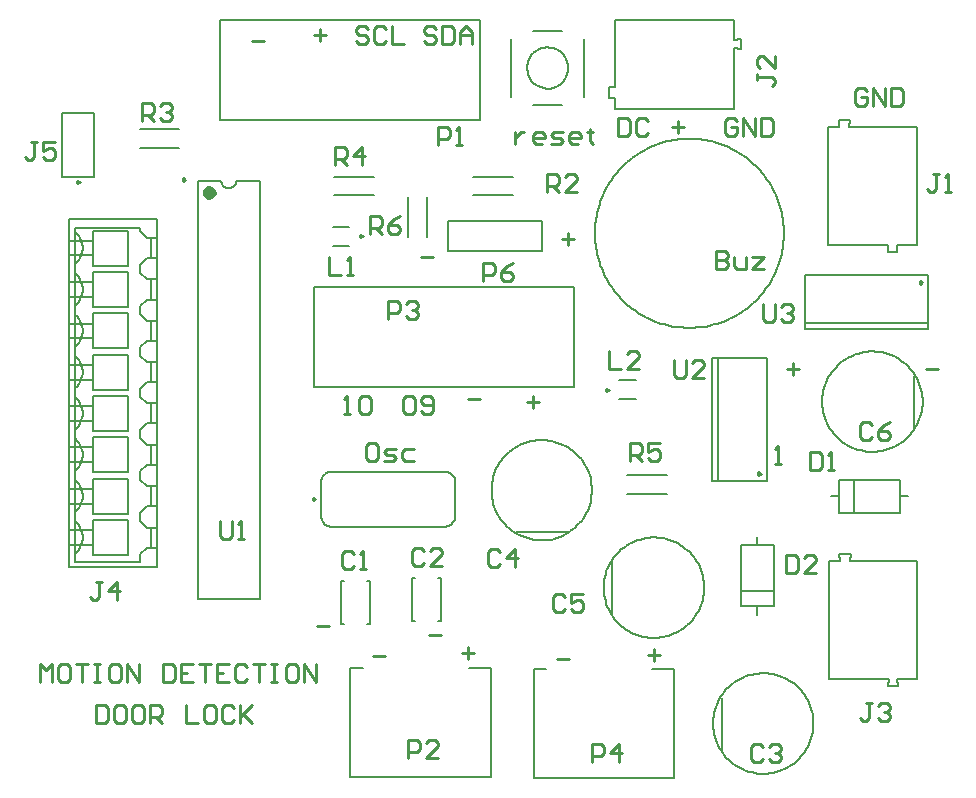
<source format=gto>
G04*
G04 #@! TF.GenerationSoftware,Altium Limited,Altium Designer,22.4.2 (48)*
G04*
G04 Layer_Color=65535*
%FSLAX23Y23*%
%MOIN*%
G70*
G04*
G04 #@! TF.SameCoordinates,3F3D87A5-55CA-4D91-88C0-6D81586DF976*
G04*
G04*
G04 #@! TF.FilePolarity,Positive*
G04*
G01*
G75*
%ADD10C,0.006*%
%ADD11C,0.024*%
%ADD12C,0.010*%
%ADD13C,0.008*%
%ADD14C,0.005*%
%ADD15C,0.010*%
D10*
X2707Y325D02*
X2706Y335D01*
X2705Y345D01*
X2704Y355D01*
X2702Y364D01*
X2699Y374D01*
X2696Y384D01*
X2692Y393D01*
X2688Y402D01*
X2683Y411D01*
X2678Y419D01*
X2672Y427D01*
X2665Y435D01*
X2659Y442D01*
X2651Y449D01*
X2644Y456D01*
X2636Y462D01*
X2627Y467D01*
X2619Y472D01*
X2610Y477D01*
X2601Y481D01*
X2591Y484D01*
X2581Y487D01*
X2572Y489D01*
X2562Y491D01*
X2552Y492D01*
X2542Y492D01*
X2532Y492D01*
X2522Y491D01*
X2512Y490D01*
X2502Y488D01*
X2492Y485D01*
X2483Y482D01*
X2474Y479D01*
X2465Y474D01*
X2456Y470D01*
X2447Y464D01*
X2439Y459D01*
X2431Y452D01*
X2424Y446D01*
X2417Y439D01*
X2410Y431D01*
X2404Y423D01*
X2398Y415D01*
X2393Y406D01*
X2389Y397D01*
X2385Y388D01*
X2381Y379D01*
X2378Y369D01*
X2376Y360D01*
X2374Y350D01*
X2373Y340D01*
X2372Y330D01*
Y320D01*
X2373Y310D01*
X2374Y300D01*
X2376Y290D01*
X2378Y280D01*
X2381Y271D01*
X2385Y261D01*
X2389Y252D01*
X2393Y243D01*
X2398Y235D01*
X2404Y226D01*
X2410Y219D01*
X2417Y211D01*
X2424Y204D01*
X2431Y197D01*
X2439Y191D01*
X2447Y185D01*
X2456Y180D01*
X2465Y175D01*
X2474Y171D01*
X2483Y167D01*
X2492Y164D01*
X2502Y162D01*
X2512Y160D01*
X2522Y158D01*
X2532Y158D01*
X2542Y157D01*
X2552Y158D01*
X2562Y159D01*
X2572Y161D01*
X2581Y163D01*
X2591Y166D01*
X2601Y169D01*
X2610Y173D01*
X2619Y177D01*
X2627Y182D01*
X2636Y188D01*
X2644Y194D01*
X2651Y200D01*
X2659Y207D01*
X2665Y215D01*
X2672Y222D01*
X2678Y231D01*
X2683Y239D01*
X2688Y248D01*
X2692Y257D01*
X2696Y266D01*
X2699Y275D01*
X2702Y285D01*
X2704Y295D01*
X2705Y305D01*
X2706Y315D01*
X2707Y325D01*
X2343Y778D02*
X2342Y788D01*
X2341Y798D01*
X2340Y807D01*
X2338Y817D01*
X2335Y827D01*
X2332Y836D01*
X2328Y846D01*
X2324Y855D01*
X2319Y863D01*
X2313Y872D01*
X2308Y880D01*
X2301Y888D01*
X2294Y895D01*
X2287Y902D01*
X2280Y908D01*
X2272Y914D01*
X2263Y920D01*
X2254Y925D01*
X2246Y929D01*
X2236Y933D01*
X2227Y937D01*
X2217Y939D01*
X2208Y942D01*
X2198Y943D01*
X2188Y944D01*
X2178Y945D01*
X2168Y945D01*
X2158Y944D01*
X2148Y943D01*
X2138Y941D01*
X2128Y938D01*
X2119Y935D01*
X2109Y931D01*
X2100Y927D01*
X2092Y922D01*
X2083Y917D01*
X2075Y911D01*
X2067Y905D01*
X2060Y898D01*
X2053Y891D01*
X2046Y884D01*
X2040Y876D01*
X2034Y868D01*
X2029Y859D01*
X2024Y850D01*
X2020Y841D01*
X2017Y832D01*
X2014Y822D01*
X2012Y812D01*
X2010Y802D01*
X2009Y793D01*
X2008Y783D01*
Y773D01*
X2009Y763D01*
X2010Y753D01*
X2012Y743D01*
X2014Y733D01*
X2017Y723D01*
X2020Y714D01*
X2024Y705D01*
X2029Y696D01*
X2034Y687D01*
X2040Y679D01*
X2046Y671D01*
X2053Y664D01*
X2060Y657D01*
X2067Y650D01*
X2075Y644D01*
X2083Y638D01*
X2092Y633D01*
X2100Y628D01*
X2109Y624D01*
X2119Y620D01*
X2128Y617D01*
X2138Y614D01*
X2148Y612D01*
X2158Y611D01*
X2168Y610D01*
X2178Y610D01*
X2188Y611D01*
X2198Y612D01*
X2208Y613D01*
X2217Y616D01*
X2227Y618D01*
X2236Y622D01*
X2246Y626D01*
X2254Y630D01*
X2263Y635D01*
X2272Y641D01*
X2280Y647D01*
X2287Y653D01*
X2294Y660D01*
X2301Y667D01*
X2308Y675D01*
X2313Y683D01*
X2319Y692D01*
X2324Y700D01*
X2328Y710D01*
X2332Y719D01*
X2335Y728D01*
X2338Y738D01*
X2340Y748D01*
X2341Y758D01*
X2342Y768D01*
X2343Y778D01*
X1969Y1102D02*
X1968Y1112D01*
X1967Y1122D01*
X1966Y1132D01*
X1964Y1142D01*
X1961Y1152D01*
X1958Y1161D01*
X1954Y1170D01*
X1950Y1179D01*
X1945Y1188D01*
X1939Y1197D01*
X1934Y1205D01*
X1927Y1212D01*
X1920Y1220D01*
X1913Y1227D01*
X1906Y1233D01*
X1897Y1239D01*
X1889Y1245D01*
X1880Y1250D01*
X1872Y1254D01*
X1862Y1258D01*
X1853Y1261D01*
X1843Y1264D01*
X1834Y1267D01*
X1824Y1268D01*
X1814Y1269D01*
X1804Y1270D01*
X1794Y1270D01*
X1784Y1269D01*
X1774Y1267D01*
X1764Y1265D01*
X1754Y1263D01*
X1745Y1260D01*
X1735Y1256D01*
X1726Y1252D01*
X1718Y1247D01*
X1709Y1242D01*
X1701Y1236D01*
X1693Y1230D01*
X1686Y1223D01*
X1679Y1216D01*
X1672Y1209D01*
X1666Y1201D01*
X1660Y1192D01*
X1655Y1184D01*
X1650Y1175D01*
X1646Y1166D01*
X1643Y1156D01*
X1640Y1147D01*
X1638Y1137D01*
X1636Y1127D01*
X1635Y1117D01*
X1634Y1107D01*
Y1097D01*
X1635Y1087D01*
X1636Y1077D01*
X1638Y1068D01*
X1640Y1058D01*
X1643Y1048D01*
X1646Y1039D01*
X1650Y1030D01*
X1655Y1021D01*
X1660Y1012D01*
X1666Y1004D01*
X1672Y996D01*
X1679Y989D01*
X1686Y981D01*
X1693Y975D01*
X1701Y968D01*
X1709Y963D01*
X1718Y957D01*
X1726Y953D01*
X1735Y949D01*
X1745Y945D01*
X1754Y942D01*
X1764Y939D01*
X1774Y937D01*
X1784Y936D01*
X1794Y935D01*
X1804Y935D01*
X1814Y936D01*
X1824Y937D01*
X1834Y938D01*
X1843Y940D01*
X1853Y943D01*
X1862Y947D01*
X1872Y951D01*
X1880Y955D01*
X1889Y960D01*
X1897Y966D01*
X1906Y972D01*
X1913Y978D01*
X1920Y985D01*
X1927Y992D01*
X1934Y1000D01*
X1939Y1008D01*
X1945Y1017D01*
X1950Y1025D01*
X1954Y1034D01*
X1958Y1044D01*
X1961Y1053D01*
X1964Y1063D01*
X1966Y1072D01*
X1967Y1082D01*
X1968Y1092D01*
X1969Y1102D01*
X3071Y1398D02*
X3071Y1408D01*
X3070Y1418D01*
X3068Y1428D01*
X3066Y1437D01*
X3063Y1447D01*
X3060Y1456D01*
X3056Y1466D01*
X3052Y1475D01*
X3047Y1483D01*
X3042Y1492D01*
X3036Y1500D01*
X3030Y1508D01*
X3023Y1515D01*
X3016Y1522D01*
X3008Y1528D01*
X3000Y1534D01*
X2992Y1540D01*
X2983Y1545D01*
X2974Y1549D01*
X2965Y1553D01*
X2955Y1557D01*
X2946Y1560D01*
X2936Y1562D01*
X2926Y1563D01*
X2916Y1564D01*
X2906Y1565D01*
X2896Y1565D01*
X2886Y1564D01*
X2876Y1563D01*
X2866Y1561D01*
X2857Y1558D01*
X2847Y1555D01*
X2838Y1551D01*
X2829Y1547D01*
X2820Y1543D01*
X2811Y1537D01*
X2803Y1532D01*
X2795Y1525D01*
X2788Y1519D01*
X2781Y1511D01*
X2774Y1504D01*
X2768Y1496D01*
X2763Y1488D01*
X2757Y1479D01*
X2753Y1470D01*
X2749Y1461D01*
X2745Y1452D01*
X2742Y1442D01*
X2740Y1432D01*
X2738Y1423D01*
X2737Y1413D01*
X2736Y1403D01*
Y1393D01*
X2737Y1383D01*
X2738Y1373D01*
X2740Y1363D01*
X2742Y1353D01*
X2745Y1344D01*
X2749Y1334D01*
X2753Y1325D01*
X2757Y1316D01*
X2763Y1308D01*
X2768Y1299D01*
X2774Y1291D01*
X2781Y1284D01*
X2788Y1277D01*
X2795Y1270D01*
X2803Y1264D01*
X2811Y1258D01*
X2820Y1253D01*
X2829Y1248D01*
X2838Y1244D01*
X2847Y1240D01*
X2857Y1237D01*
X2866Y1235D01*
X2876Y1233D01*
X2886Y1231D01*
X2896Y1230D01*
X2906Y1230D01*
X2916Y1231D01*
X2926Y1232D01*
X2936Y1233D01*
X2946Y1236D01*
X2955Y1239D01*
X2965Y1242D01*
X2974Y1246D01*
X2983Y1250D01*
X2992Y1255D01*
X3000Y1261D01*
X3008Y1267D01*
X3016Y1273D01*
X3023Y1280D01*
X3030Y1288D01*
X3036Y1295D01*
X3042Y1303D01*
X3047Y1312D01*
X3052Y1321D01*
X3056Y1330D01*
X3060Y1339D01*
X3063Y1348D01*
X3066Y1358D01*
X3068Y1368D01*
X3070Y1378D01*
X3071Y1388D01*
X3071Y1398D01*
X2608Y1959D02*
X2608Y1969D01*
X2608Y1979D01*
X2607Y1989D01*
X2606Y1999D01*
X2604Y2008D01*
X2603Y2018D01*
X2601Y2028D01*
X2598Y2038D01*
X2596Y2047D01*
X2593Y2057D01*
X2589Y2066D01*
X2586Y2076D01*
X2582Y2085D01*
X2578Y2094D01*
X2573Y2103D01*
X2569Y2112D01*
X2564Y2120D01*
X2558Y2129D01*
X2553Y2137D01*
X2547Y2145D01*
X2541Y2153D01*
X2535Y2161D01*
X2528Y2169D01*
X2521Y2176D01*
X2514Y2183D01*
X2507Y2190D01*
X2500Y2197D01*
X2492Y2203D01*
X2484Y2209D01*
X2476Y2215D01*
X2468Y2221D01*
X2459Y2226D01*
X2451Y2231D01*
X2442Y2236D01*
X2433Y2241D01*
X2424Y2245D01*
X2415Y2249D01*
X2406Y2253D01*
X2396Y2256D01*
X2387Y2259D01*
X2377Y2262D01*
X2368Y2265D01*
X2358Y2267D01*
X2348Y2269D01*
X2338Y2270D01*
X2328Y2272D01*
X2318Y2273D01*
X2308Y2273D01*
X2298Y2274D01*
X2288D01*
X2278Y2273D01*
X2268Y2273D01*
X2258Y2272D01*
X2248Y2270D01*
X2239Y2269D01*
X2229Y2267D01*
X2219Y2265D01*
X2209Y2262D01*
X2200Y2259D01*
X2190Y2256D01*
X2181Y2253D01*
X2172Y2249D01*
X2162Y2245D01*
X2153Y2241D01*
X2145Y2236D01*
X2136Y2231D01*
X2127Y2226D01*
X2119Y2221D01*
X2111Y2215D01*
X2103Y2209D01*
X2095Y2203D01*
X2087Y2197D01*
X2080Y2190D01*
X2072Y2183D01*
X2065Y2176D01*
X2059Y2169D01*
X2052Y2161D01*
X2046Y2153D01*
X2040Y2145D01*
X2034Y2137D01*
X2028Y2129D01*
X2023Y2120D01*
X2018Y2112D01*
X2013Y2103D01*
X2009Y2094D01*
X2005Y2085D01*
X2001Y2076D01*
X1997Y2066D01*
X1994Y2057D01*
X1991Y2047D01*
X1988Y2038D01*
X1986Y2028D01*
X1984Y2018D01*
X1982Y2008D01*
X1981Y1999D01*
X1980Y1989D01*
X1979Y1979D01*
X1979Y1969D01*
X1978Y1959D01*
X1979Y1949D01*
X1979Y1939D01*
X1980Y1929D01*
X1981Y1919D01*
X1982Y1909D01*
X1984Y1899D01*
X1986Y1889D01*
X1988Y1880D01*
X1991Y1870D01*
X1994Y1860D01*
X1997Y1851D01*
X2001Y1842D01*
X2005Y1832D01*
X2009Y1823D01*
X2013Y1814D01*
X2018Y1806D01*
X2023Y1797D01*
X2028Y1788D01*
X2034Y1780D01*
X2040Y1772D01*
X2046Y1764D01*
X2052Y1756D01*
X2059Y1749D01*
X2065Y1741D01*
X2072Y1734D01*
X2080Y1727D01*
X2087Y1721D01*
X2095Y1714D01*
X2103Y1708D01*
X2111Y1702D01*
X2119Y1696D01*
X2127Y1691D01*
X2136Y1686D01*
X2145Y1681D01*
X2153Y1676D01*
X2162Y1672D01*
X2172Y1668D01*
X2181Y1664D01*
X2190Y1661D01*
X2200Y1658D01*
X2209Y1655D01*
X2219Y1653D01*
X2229Y1650D01*
X2239Y1648D01*
X2248Y1647D01*
X2258Y1646D01*
X2268Y1645D01*
X2278Y1644D01*
X2288Y1644D01*
X2298Y1644D01*
X2308Y1644D01*
X2318Y1645D01*
X2328Y1646D01*
X2338Y1647D01*
X2348Y1648D01*
X2358Y1650D01*
X2368Y1653D01*
X2377Y1655D01*
X2387Y1658D01*
X2396Y1661D01*
X2406Y1664D01*
X2415Y1668D01*
X2424Y1672D01*
X2433Y1676D01*
X2442Y1681D01*
X2451Y1686D01*
X2459Y1691D01*
X2468Y1696D01*
X2476Y1702D01*
X2484Y1708D01*
X2492Y1714D01*
X2500Y1721D01*
X2507Y1727D01*
X2514Y1734D01*
X2521Y1741D01*
X2528Y1749D01*
X2535Y1756D01*
X2541Y1764D01*
X2547Y1772D01*
X2553Y1780D01*
X2558Y1788D01*
X2564Y1797D01*
X2569Y1806D01*
X2573Y1814D01*
X2578Y1823D01*
X2582Y1832D01*
X2586Y1842D01*
X2589Y1851D01*
X2593Y1860D01*
X2596Y1870D01*
X2598Y1880D01*
X2601Y1889D01*
X2603Y1899D01*
X2604Y1909D01*
X2606Y1919D01*
X2607Y1929D01*
X2608Y1939D01*
X2608Y1949D01*
X2608Y1959D01*
D11*
X705Y2094D02*
X700Y2104D01*
X690Y2106D01*
X682Y2100D01*
Y2089D01*
X690Y2083D01*
X700Y2085D01*
X705Y2094D01*
D12*
X613Y2138D02*
X605Y2142D01*
Y2134D01*
X613Y2138D01*
X1205Y1949D02*
X1197Y1953D01*
Y1945D01*
X1205Y1949D01*
X1045Y1073D02*
X1038Y1077D01*
Y1069D01*
X1045Y1073D01*
X3068Y1795D02*
X3061Y1800D01*
Y1791D01*
X3068Y1795D01*
X2024Y1437D02*
X2016Y1441D01*
Y1433D01*
X2024Y1437D01*
X2531Y1158D02*
X2523Y1162D01*
Y1154D01*
X2531Y1158D01*
X261Y2129D02*
X253Y2133D01*
Y2125D01*
X261Y2129D01*
D13*
X733Y2134D02*
X735Y2124D01*
X740Y2116D01*
X748Y2111D01*
X758Y2109D01*
X767Y2111D01*
X776Y2116D01*
X781Y2124D01*
X783Y2134D01*
X1098Y1164D02*
X1088Y1163D01*
X1079Y1158D01*
X1072Y1151D01*
X1068Y1142D01*
X1066Y1132D01*
X1066Y1014D02*
X1068Y1004D01*
X1072Y995D01*
X1079Y988D01*
X1088Y983D01*
X1098Y981D01*
X1480D02*
X1490Y983D01*
X1499Y988D01*
X1507Y995D01*
X1511Y1004D01*
X1513Y1014D01*
X1513Y1132D02*
X1511Y1142D01*
X1507Y1151D01*
X1499Y1158D01*
X1490Y1163D01*
X1480Y1164D01*
X244Y891D02*
X251Y897D01*
X258Y904D01*
X263Y912D01*
X267Y921D01*
X270Y930D01*
X271Y940D01*
Y950D01*
X270Y959D01*
X267Y969D01*
X263Y977D01*
X258Y985D01*
X251Y993D01*
X244Y999D01*
Y1029D02*
X251Y1035D01*
X258Y1042D01*
X263Y1050D01*
X267Y1059D01*
X270Y1068D01*
X271Y1078D01*
Y1088D01*
X270Y1097D01*
X267Y1106D01*
X263Y1115D01*
X258Y1123D01*
X251Y1131D01*
X244Y1137D01*
Y1166D02*
X251Y1173D01*
X258Y1180D01*
X263Y1188D01*
X267Y1197D01*
X270Y1206D01*
X271Y1216D01*
Y1225D01*
X270Y1235D01*
X267Y1244D01*
X263Y1253D01*
X258Y1261D01*
X251Y1268D01*
X244Y1275D01*
Y1304D02*
X251Y1310D01*
X258Y1318D01*
X263Y1326D01*
X267Y1335D01*
X270Y1344D01*
X271Y1353D01*
Y1363D01*
X270Y1373D01*
X267Y1382D01*
X263Y1391D01*
X258Y1399D01*
X251Y1406D01*
X244Y1412D01*
Y1442D02*
X251Y1448D01*
X258Y1455D01*
X263Y1464D01*
X267Y1472D01*
X270Y1482D01*
X271Y1491D01*
Y1501D01*
X270Y1510D01*
X267Y1520D01*
X263Y1529D01*
X258Y1537D01*
X251Y1544D01*
X244Y1550D01*
Y1580D02*
X251Y1586D01*
X258Y1593D01*
X263Y1601D01*
X267Y1610D01*
X270Y1619D01*
X271Y1629D01*
Y1639D01*
X270Y1648D01*
X267Y1658D01*
X263Y1666D01*
X258Y1674D01*
X251Y1682D01*
X244Y1688D01*
Y1718D02*
X251Y1724D01*
X258Y1731D01*
X263Y1739D01*
X267Y1748D01*
X270Y1757D01*
X271Y1767D01*
Y1776D01*
X270Y1786D01*
X267Y1795D01*
X263Y1804D01*
X258Y1812D01*
X251Y1820D01*
X244Y1826D01*
Y1855D02*
X251Y1862D01*
X258Y1869D01*
X263Y1877D01*
X267Y1886D01*
X270Y1895D01*
X271Y1905D01*
Y1914D01*
X270Y1924D01*
X267Y1933D01*
X263Y1942D01*
X258Y1950D01*
X251Y1957D01*
X244Y1964D01*
X2087Y1091D02*
X2219D01*
X2087Y1154D02*
X2219D01*
X2401Y238D02*
Y411D01*
X2791Y1138D02*
X2996D01*
Y1028D02*
Y1138D01*
X2791Y1028D02*
X2996D01*
X2791D02*
Y1138D01*
X2765Y1083D02*
X2791D01*
X2996D02*
X3022D01*
X2843Y1030D02*
Y1135D01*
X1909Y1447D02*
Y1781D01*
X1043D02*
X1909D01*
X1043Y1447D02*
Y1781D01*
Y1447D02*
X1909D01*
X1110Y2148D02*
X1242D01*
X1110Y2085D02*
X1242D01*
X654Y740D02*
X862D01*
X783Y2134D02*
X862D01*
X654D02*
X733D01*
X862Y740D02*
Y2134D01*
X654Y740D02*
Y2134D01*
X1774Y144D02*
Y506D01*
Y144D02*
X2242D01*
Y506D01*
X1774D02*
X1817D01*
X2169D02*
X2242D01*
X2036Y691D02*
Y864D01*
X1104Y1917D02*
X1159D01*
X1104Y1980D02*
X1159D01*
X1715Y964D02*
X1888D01*
X1098Y981D02*
X1480D01*
X1098Y1164D02*
X1480D01*
X1513Y1014D02*
Y1132D01*
X1066Y1014D02*
Y1132D01*
X1559Y510D02*
X1632D01*
X1163D02*
X1207D01*
X1632Y148D02*
Y510D01*
X1163Y148D02*
X1632D01*
X1163D02*
Y510D01*
X2465Y715D02*
Y919D01*
X2575D01*
Y715D02*
Y919D01*
X2465Y715D02*
X2575D01*
X2520Y688D02*
Y715D01*
Y919D02*
Y945D01*
X2467Y766D02*
X2572D01*
X3053Y472D02*
X3053Y866D01*
X2956Y449D02*
X2989D01*
X2956D02*
X2959Y472D01*
X2986D02*
X2989Y449D01*
X2986Y472D02*
X3053D01*
X2758D02*
Y866D01*
Y472D02*
X2959D01*
X2793Y890D02*
X2831D01*
X2793D02*
X2795Y866D01*
X2829D02*
X2831Y890D01*
X2758Y866D02*
X2795D01*
X2829D02*
X3053D01*
X2679Y1659D02*
X3089D01*
Y1640D02*
Y1821D01*
X2679D02*
X3089D01*
X2679Y1640D02*
Y1821D01*
Y1640D02*
X3089D01*
X2059Y1469D02*
X2114D01*
X2059Y1406D02*
X2114D01*
X2370Y1132D02*
Y1542D01*
X2551D01*
Y1132D02*
Y1542D01*
X2370Y1132D02*
X2551D01*
X2390D02*
Y1542D01*
X3042Y1311D02*
Y1484D01*
X2827Y2313D02*
X3051D01*
X2756D02*
X2793D01*
X2827D02*
X2829Y2337D01*
X2791D02*
X2793Y2313D01*
X2791Y2337D02*
X2829D01*
X2756Y1919D02*
X2957D01*
X2756D02*
Y2313D01*
X2984Y1919D02*
X3051D01*
X2984D02*
X2987Y1896D01*
X2954D02*
X2957Y1919D01*
X2954Y1896D02*
X2987D01*
X3051Y1919D02*
X3051Y2313D01*
X2047Y2669D02*
X2441Y2669D01*
X2465Y2572D02*
Y2605D01*
X2441Y2575D02*
X2465Y2572D01*
X2441Y2602D02*
X2465Y2605D01*
X2441Y2602D02*
Y2669D01*
X2047Y2374D02*
X2441D01*
Y2575D01*
X2024Y2409D02*
Y2447D01*
Y2409D02*
X2047Y2411D01*
X2024Y2447D02*
X2047Y2445D01*
Y2374D02*
Y2411D01*
Y2445D02*
Y2669D01*
X1573Y2148D02*
X1705D01*
X1573Y2085D02*
X1705D01*
X1488Y1899D02*
X1803D01*
Y1999D01*
X1488D02*
X1803D01*
X1488Y1899D02*
Y1999D01*
X1356Y1947D02*
Y2079D01*
X1419Y1947D02*
Y2079D01*
X244Y862D02*
Y891D01*
Y862D02*
X462D01*
X244Y999D02*
Y1014D01*
X306Y887D02*
Y1003D01*
Y887D02*
X422D01*
Y1003D01*
X306D02*
X422D01*
X462Y862D02*
Y890D01*
X484Y978D02*
X519D01*
X246Y893D02*
Y997D01*
X226Y920D02*
X306D01*
X226Y969D02*
X306D01*
X244Y999D02*
X246Y997D01*
X244Y891D02*
X246Y893D01*
X462Y1000D02*
X484Y978D01*
X462Y890D02*
X484Y911D01*
X519D01*
X498D02*
Y978D01*
X244Y1137D02*
Y1152D01*
Y999D02*
Y1029D01*
X306Y1024D02*
Y1141D01*
Y1024D02*
X422D01*
Y1141D01*
X306D02*
X422D01*
X462Y1000D02*
Y1027D01*
X484Y1116D02*
X519D01*
X246Y1031D02*
Y1134D01*
X226Y1058D02*
X306D01*
X226Y1107D02*
X306D01*
X244Y1137D02*
X246Y1134D01*
X244Y1029D02*
X246Y1031D01*
X462Y1138D02*
X484Y1116D01*
X462Y1027D02*
X484Y1049D01*
X519D01*
X498D02*
Y1116D01*
X244Y1275D02*
Y1289D01*
Y1137D02*
Y1166D01*
X306Y1162D02*
Y1279D01*
Y1162D02*
X422D01*
Y1279D01*
X306D02*
X422D01*
X462Y1138D02*
Y1165D01*
X484Y1254D02*
X519D01*
X246Y1169D02*
Y1272D01*
X226Y1196D02*
X306D01*
X226Y1245D02*
X306D01*
X244Y1275D02*
X246Y1272D01*
X244Y1166D02*
X246Y1169D01*
X462Y1276D02*
X484Y1254D01*
X462Y1165D02*
X484Y1187D01*
X519D01*
X498D02*
Y1254D01*
X244Y1412D02*
Y1427D01*
Y1275D02*
Y1304D01*
X306Y1300D02*
Y1417D01*
Y1300D02*
X422D01*
Y1417D01*
X306D02*
X422D01*
X462Y1276D02*
Y1303D01*
X484Y1392D02*
X519D01*
X246Y1307D02*
Y1410D01*
X226Y1334D02*
X306D01*
X226Y1383D02*
X306D01*
X244Y1412D02*
X246Y1410D01*
X244Y1304D02*
X246Y1307D01*
X462Y1413D02*
X484Y1392D01*
X462Y1303D02*
X484Y1325D01*
X519D01*
X498D02*
Y1392D01*
X244Y1550D02*
Y1565D01*
Y1412D02*
Y1442D01*
X306Y1438D02*
Y1554D01*
Y1438D02*
X422D01*
Y1554D01*
X306D02*
X422D01*
X462Y1413D02*
Y1441D01*
X484Y1530D02*
X519D01*
X246Y1444D02*
Y1548D01*
X226Y1471D02*
X306D01*
X226Y1521D02*
X306D01*
X244Y1550D02*
X246Y1548D01*
X244Y1442D02*
X246Y1444D01*
X462Y1551D02*
X484Y1530D01*
X462Y1441D02*
X484Y1463D01*
X519D01*
X498D02*
Y1530D01*
X244Y1688D02*
Y1703D01*
Y1550D02*
Y1580D01*
X306Y1576D02*
Y1692D01*
Y1576D02*
X422D01*
Y1692D01*
X306D02*
X422D01*
X462Y1551D02*
Y1579D01*
X484Y1667D02*
X519D01*
X246Y1582D02*
Y1686D01*
X226Y1609D02*
X306D01*
X226Y1658D02*
X306D01*
X244Y1688D02*
X246Y1686D01*
X244Y1580D02*
X246Y1582D01*
X462Y1689D02*
X484Y1667D01*
X462Y1579D02*
X484Y1600D01*
X519D01*
X498D02*
Y1667D01*
X244Y1826D02*
Y1841D01*
Y1688D02*
Y1718D01*
X306Y1713D02*
Y1830D01*
Y1713D02*
X422D01*
Y1830D01*
X306D02*
X422D01*
X462Y1689D02*
Y1716D01*
X484Y1805D02*
X519D01*
X246Y1720D02*
Y1823D01*
X226Y1747D02*
X306D01*
X226Y1796D02*
X306D01*
X244Y1826D02*
X246Y1823D01*
X244Y1718D02*
X246Y1720D01*
X462Y1827D02*
X484Y1805D01*
X462Y1716D02*
X484Y1738D01*
X519D01*
X498D02*
Y1805D01*
Y1876D02*
Y1943D01*
X484Y1876D02*
X519D01*
X462Y1854D02*
X484Y1876D01*
X462Y1965D02*
X484Y1943D01*
X244Y1855D02*
X246Y1858D01*
X244Y1964D02*
X246Y1961D01*
X226Y1934D02*
X306D01*
X519Y848D02*
Y2006D01*
X226Y848D02*
Y2006D01*
Y1885D02*
X306D01*
X226Y848D02*
X519D01*
X226Y2006D02*
X519D01*
X244Y1978D02*
X462D01*
X246Y1858D02*
Y1961D01*
X462Y1965D02*
Y1978D01*
X484Y1943D02*
X519D01*
X462Y1827D02*
Y1854D01*
X306Y1968D02*
X422D01*
Y1851D02*
Y1968D01*
X306Y1851D02*
X422D01*
X306D02*
Y1968D01*
X244Y1826D02*
Y1855D01*
Y1964D02*
Y1978D01*
X461Y2305D02*
X593D01*
X461Y2242D02*
X593D01*
X203Y2146D02*
Y2361D01*
X308D01*
Y2146D02*
Y2361D01*
X203Y2146D02*
X308D01*
X728Y2335D02*
Y2669D01*
Y2335D02*
X1594D01*
Y2669D01*
X728D02*
X1594D01*
X1456Y809D02*
X1467D01*
X1368D02*
X1379D01*
X1368Y667D02*
Y809D01*
X1456Y667D02*
X1467D01*
X1368D02*
X1379D01*
X1467D02*
Y809D01*
X1219Y799D02*
X1230D01*
X1132D02*
X1143D01*
X1132Y657D02*
Y799D01*
X1219Y657D02*
X1230D01*
X1132D02*
X1143D01*
X1230D02*
Y799D01*
D14*
X1890Y2510D02*
X1889Y2520D01*
X1887Y2530D01*
X1883Y2539D01*
X1878Y2548D01*
X1872Y2556D01*
X1865Y2563D01*
X1857Y2569D01*
X1848Y2573D01*
X1838Y2576D01*
X1828Y2578D01*
X1818Y2579D01*
X1808Y2578D01*
X1799Y2575D01*
X1789Y2571D01*
X1781Y2566D01*
X1773Y2559D01*
X1766Y2552D01*
X1761Y2544D01*
X1757Y2534D01*
X1754Y2525D01*
X1752Y2515D01*
Y2505D01*
X1754Y2495D01*
X1757Y2485D01*
X1761Y2476D01*
X1766Y2468D01*
X1773Y2460D01*
X1781Y2454D01*
X1789Y2449D01*
X1799Y2445D01*
X1808Y2442D01*
X1818Y2441D01*
X1828Y2441D01*
X1838Y2443D01*
X1848Y2446D01*
X1857Y2451D01*
X1865Y2457D01*
X1872Y2464D01*
X1878Y2472D01*
X1883Y2481D01*
X1887Y2490D01*
X1889Y2500D01*
X1890Y2510D01*
X1772Y2388D02*
X1870D01*
X1943Y2412D02*
Y2607D01*
X1699Y2412D02*
Y2607D01*
X1772Y2632D02*
X1870D01*
D15*
X315Y385D02*
Y325D01*
X345D01*
X355Y335D01*
Y375D01*
X345Y385D01*
X315D01*
X405D02*
X385D01*
X375Y375D01*
Y335D01*
X385Y325D01*
X405D01*
X415Y335D01*
Y375D01*
X405Y385D01*
X465D02*
X445D01*
X435Y375D01*
Y335D01*
X445Y325D01*
X465D01*
X475Y335D01*
Y375D01*
X465Y385D01*
X495Y325D02*
Y385D01*
X525D01*
X535Y375D01*
Y355D01*
X525Y345D01*
X495D01*
X515D02*
X535Y325D01*
X615Y385D02*
Y325D01*
X655D01*
X705Y385D02*
X685D01*
X675Y375D01*
Y335D01*
X685Y325D01*
X705D01*
X715Y335D01*
Y375D01*
X705Y385D01*
X775Y375D02*
X765Y385D01*
X745D01*
X735Y375D01*
Y335D01*
X745Y325D01*
X765D01*
X775Y335D01*
X795Y385D02*
Y325D01*
Y345D01*
X835Y385D01*
X805Y355D01*
X835Y325D01*
X128Y463D02*
Y523D01*
X148Y503D01*
X168Y523D01*
Y463D01*
X218Y523D02*
X198D01*
X188Y513D01*
Y473D01*
X198Y463D01*
X218D01*
X228Y473D01*
Y513D01*
X218Y523D01*
X248D02*
X288D01*
X268D01*
Y463D01*
X308Y523D02*
X328D01*
X318D01*
Y463D01*
X308D01*
X328D01*
X388Y523D02*
X368D01*
X358Y513D01*
Y473D01*
X368Y463D01*
X388D01*
X398Y473D01*
Y513D01*
X388Y523D01*
X418Y463D02*
Y523D01*
X458Y463D01*
Y523D01*
X538D02*
Y463D01*
X568D01*
X578Y473D01*
Y513D01*
X568Y523D01*
X538D01*
X638D02*
X598D01*
Y463D01*
X638D01*
X598Y493D02*
X618D01*
X658Y523D02*
X698D01*
X678D01*
Y463D01*
X758Y523D02*
X718D01*
Y463D01*
X758D01*
X718Y493D02*
X738D01*
X818Y513D02*
X808Y523D01*
X788D01*
X778Y513D01*
Y473D01*
X788Y463D01*
X808D01*
X818Y473D01*
X838Y523D02*
X878D01*
X858D01*
Y463D01*
X898Y523D02*
X918D01*
X908D01*
Y463D01*
X898D01*
X918D01*
X978Y523D02*
X958D01*
X948Y513D01*
Y473D01*
X958Y463D01*
X978D01*
X988Y473D01*
Y513D01*
X978Y523D01*
X1008Y463D02*
Y523D01*
X1048Y463D01*
Y523D01*
X1851Y541D02*
X1891D01*
X2885Y2432D02*
X2875Y2442D01*
X2855D01*
X2845Y2432D01*
Y2392D01*
X2855Y2382D01*
X2875D01*
X2885Y2392D01*
Y2412D01*
X2865D01*
X2905Y2382D02*
Y2442D01*
X2945Y2382D01*
Y2442D01*
X2965D02*
Y2382D01*
X2995D01*
X3005Y2392D01*
Y2432D01*
X2995Y2442D01*
X2965D01*
X1221Y2639D02*
X1211Y2649D01*
X1191D01*
X1181Y2639D01*
Y2629D01*
X1191Y2619D01*
X1211D01*
X1221Y2609D01*
Y2599D01*
X1211Y2589D01*
X1191D01*
X1181Y2599D01*
X1281Y2639D02*
X1271Y2649D01*
X1251D01*
X1241Y2639D01*
Y2599D01*
X1251Y2589D01*
X1271D01*
X1281Y2599D01*
X1301Y2649D02*
Y2589D01*
X1341D01*
X1448Y2639D02*
X1438Y2649D01*
X1418D01*
X1408Y2639D01*
Y2629D01*
X1418Y2619D01*
X1438D01*
X1448Y2609D01*
Y2599D01*
X1438Y2589D01*
X1418D01*
X1408Y2599D01*
X1468Y2649D02*
Y2589D01*
X1498D01*
X1508Y2599D01*
Y2639D01*
X1498Y2649D01*
X1468D01*
X1528Y2589D02*
Y2629D01*
X1548Y2649D01*
X1568Y2629D01*
Y2589D01*
Y2619D01*
X1528D01*
X1043Y2619D02*
X1083D01*
X1063Y2639D02*
Y2599D01*
X837D02*
X877D01*
X2057Y2344D02*
Y2284D01*
X2087D01*
X2097Y2294D01*
Y2334D01*
X2087Y2344D01*
X2057D01*
X2157Y2334D02*
X2147Y2344D01*
X2127D01*
X2117Y2334D01*
Y2294D01*
X2127Y2284D01*
X2147D01*
X2157Y2294D01*
X2237Y2314D02*
X2277D01*
X2257Y2334D02*
Y2294D01*
X2452Y2334D02*
X2442Y2344D01*
X2422D01*
X2412Y2334D01*
Y2294D01*
X2422Y2284D01*
X2442D01*
X2452Y2294D01*
Y2314D01*
X2432D01*
X2472Y2284D02*
Y2344D01*
X2512Y2284D01*
Y2344D01*
X2532D02*
Y2284D01*
X2562D01*
X2572Y2294D01*
Y2334D01*
X2562Y2344D01*
X2532D01*
X1427Y620D02*
X1467D01*
X1053Y650D02*
X1093D01*
X1142Y1358D02*
X1162D01*
X1152D01*
Y1418D01*
X1142Y1408D01*
X1192D02*
X1202Y1418D01*
X1222D01*
X1232Y1408D01*
Y1368D01*
X1222Y1358D01*
X1202D01*
X1192Y1368D01*
Y1408D01*
X1339D02*
X1349Y1418D01*
X1369D01*
X1379Y1408D01*
Y1368D01*
X1369Y1358D01*
X1349D01*
X1339Y1368D01*
Y1408D01*
X1399Y1368D02*
X1409Y1358D01*
X1429D01*
X1439Y1368D01*
Y1408D01*
X1429Y1418D01*
X1409D01*
X1399Y1408D01*
Y1398D01*
X1409Y1388D01*
X1439D01*
X1398Y1880D02*
X1438D01*
X1870Y1939D02*
X1910D01*
X1890Y1959D02*
Y1919D01*
X1555Y1408D02*
X1595D01*
X1752Y1398D02*
X1792D01*
X1772Y1418D02*
Y1378D01*
X2156Y552D02*
X2196D01*
X2176Y572D02*
Y532D01*
X1536Y561D02*
X1576D01*
X1556Y581D02*
Y541D01*
X1240Y551D02*
X1280D01*
X2579Y1191D02*
X2599D01*
X2589D01*
Y1251D01*
X2579Y1241D01*
X3081Y1506D02*
X3121D01*
X2618Y1506D02*
X2658D01*
X2638Y1526D02*
Y1486D01*
X2539Y1723D02*
Y1673D01*
X2549Y1663D01*
X2569D01*
X2579Y1673D01*
Y1723D01*
X2599Y1713D02*
X2609Y1723D01*
X2629D01*
X2639Y1713D01*
Y1703D01*
X2629Y1693D01*
X2619D01*
X2629D01*
X2639Y1683D01*
Y1673D01*
X2629Y1663D01*
X2609D01*
X2599Y1673D01*
X2243Y1536D02*
Y1486D01*
X2253Y1476D01*
X2273D01*
X2283Y1486D01*
Y1536D01*
X2343Y1476D02*
X2303D01*
X2343Y1516D01*
Y1526D01*
X2333Y1536D01*
X2313D01*
X2303Y1526D01*
X729Y999D02*
Y949D01*
X739Y939D01*
X759D01*
X769Y949D01*
Y999D01*
X789Y939D02*
X809D01*
X799D01*
Y999D01*
X789Y989D01*
X1711Y2298D02*
Y2258D01*
Y2278D01*
X1721Y2288D01*
X1731Y2298D01*
X1741D01*
X1801Y2258D02*
X1781D01*
X1771Y2268D01*
Y2288D01*
X1781Y2298D01*
X1801D01*
X1811Y2288D01*
Y2278D01*
X1771D01*
X1831Y2258D02*
X1861D01*
X1871Y2268D01*
X1861Y2278D01*
X1841D01*
X1831Y2288D01*
X1841Y2298D01*
X1871D01*
X1921Y2258D02*
X1901D01*
X1891Y2268D01*
Y2288D01*
X1901Y2298D01*
X1921D01*
X1931Y2288D01*
Y2278D01*
X1891D01*
X1961Y2308D02*
Y2298D01*
X1951D01*
X1971D01*
X1961D01*
Y2268D01*
X1971Y2258D01*
X1230Y1958D02*
Y2018D01*
X1260D01*
X1270Y2008D01*
Y1988D01*
X1260Y1978D01*
X1230D01*
X1250D02*
X1270Y1958D01*
X1330Y2018D02*
X1310Y2008D01*
X1290Y1988D01*
Y1968D01*
X1300Y1958D01*
X1320D01*
X1330Y1968D01*
Y1978D01*
X1320Y1988D01*
X1290D01*
X2096Y1200D02*
Y1260D01*
X2126D01*
X2136Y1250D01*
Y1230D01*
X2126Y1220D01*
X2096D01*
X2116D02*
X2136Y1200D01*
X2196Y1260D02*
X2156D01*
Y1230D01*
X2176Y1240D01*
X2186D01*
X2196Y1230D01*
Y1210D01*
X2186Y1200D01*
X2166D01*
X2156Y1210D01*
X1111Y2185D02*
Y2245D01*
X1141D01*
X1151Y2235D01*
Y2215D01*
X1141Y2205D01*
X1111D01*
X1131D02*
X1151Y2185D01*
X1201D02*
Y2245D01*
X1171Y2215D01*
X1211D01*
X470Y2332D02*
Y2392D01*
X500D01*
X510Y2382D01*
Y2362D01*
X500Y2352D01*
X470D01*
X490D02*
X510Y2332D01*
X530Y2382D02*
X540Y2392D01*
X560D01*
X570Y2382D01*
Y2372D01*
X560Y2362D01*
X550D01*
X560D01*
X570Y2352D01*
Y2342D01*
X560Y2332D01*
X540D01*
X530Y2342D01*
X1820Y2096D02*
Y2156D01*
X1850D01*
X1860Y2146D01*
Y2126D01*
X1850Y2116D01*
X1820D01*
X1840D02*
X1860Y2096D01*
X1920D02*
X1880D01*
X1920Y2136D01*
Y2146D01*
X1910Y2156D01*
X1890D01*
X1880Y2146D01*
X1604Y1801D02*
Y1861D01*
X1634D01*
X1644Y1851D01*
Y1831D01*
X1634Y1821D01*
X1604D01*
X1704Y1861D02*
X1684Y1851D01*
X1664Y1831D01*
Y1811D01*
X1674Y1801D01*
X1694D01*
X1704Y1811D01*
Y1821D01*
X1694Y1831D01*
X1664D01*
X1968Y196D02*
Y256D01*
X1998D01*
X2008Y246D01*
Y226D01*
X1998Y216D01*
X1968D01*
X2058Y196D02*
Y256D01*
X2028Y226D01*
X2068D01*
X1289Y1673D02*
Y1733D01*
X1319D01*
X1329Y1723D01*
Y1703D01*
X1319Y1693D01*
X1289D01*
X1349Y1723D02*
X1359Y1733D01*
X1379D01*
X1389Y1723D01*
Y1713D01*
X1379Y1703D01*
X1369D01*
X1379D01*
X1389Y1693D01*
Y1683D01*
X1379Y1673D01*
X1359D01*
X1349Y1683D01*
X1357Y210D02*
Y270D01*
X1387D01*
X1397Y260D01*
Y240D01*
X1387Y230D01*
X1357D01*
X1457Y210D02*
X1417D01*
X1457Y250D01*
Y260D01*
X1447Y270D01*
X1427D01*
X1417Y260D01*
X1456Y2253D02*
Y2313D01*
X1486D01*
X1496Y2303D01*
Y2283D01*
X1486Y2273D01*
X1456D01*
X1516Y2253D02*
X1536D01*
X1526D01*
Y2313D01*
X1516Y2303D01*
X1245Y1260D02*
X1225D01*
X1215Y1250D01*
Y1210D01*
X1225Y1200D01*
X1245D01*
X1255Y1210D01*
Y1250D01*
X1245Y1260D01*
X1275Y1200D02*
X1305D01*
X1315Y1210D01*
X1305Y1220D01*
X1285D01*
X1275Y1230D01*
X1285Y1240D01*
X1315D01*
X1375D02*
X1345D01*
X1335Y1230D01*
Y1210D01*
X1345Y1200D01*
X1375D01*
X1092Y1880D02*
Y1820D01*
X1132D01*
X1152D02*
X1172D01*
X1162D01*
Y1880D01*
X1152Y1870D01*
X2027Y1565D02*
Y1505D01*
X2067D01*
X2127D02*
X2087D01*
X2127Y1545D01*
Y1555D01*
X2117Y1565D01*
X2097D01*
X2087Y1555D01*
X118Y2264D02*
X98D01*
X108D01*
Y2214D01*
X98Y2204D01*
X88D01*
X78Y2214D01*
X178Y2264D02*
X138D01*
Y2234D01*
X158Y2244D01*
X168D01*
X178Y2234D01*
Y2214D01*
X168Y2204D01*
X148D01*
X138Y2214D01*
X334Y798D02*
X314D01*
X324D01*
Y748D01*
X314Y738D01*
X305D01*
X295Y748D01*
X384Y738D02*
Y798D01*
X354Y768D01*
X394D01*
X2903Y394D02*
X2883D01*
X2893D01*
Y344D01*
X2883Y334D01*
X2873D01*
X2863Y344D01*
X2923Y384D02*
X2933Y394D01*
X2953D01*
X2963Y384D01*
Y374D01*
X2953Y364D01*
X2943D01*
X2953D01*
X2963Y354D01*
Y344D01*
X2953Y334D01*
X2933D01*
X2923Y344D01*
X2519Y2490D02*
Y2470D01*
Y2480D01*
X2569D01*
X2579Y2470D01*
Y2460D01*
X2569Y2450D01*
X2579Y2550D02*
Y2510D01*
X2539Y2550D01*
X2529D01*
X2519Y2540D01*
Y2520D01*
X2529Y2510D01*
X3126Y2156D02*
X3106D01*
X3116D01*
Y2106D01*
X3106Y2096D01*
X3096D01*
X3086Y2106D01*
X3146Y2096D02*
X3166D01*
X3156D01*
Y2156D01*
X3146Y2146D01*
X2617Y886D02*
Y826D01*
X2647D01*
X2657Y836D01*
Y876D01*
X2647Y886D01*
X2617D01*
X2717Y826D02*
X2677D01*
X2717Y866D01*
Y876D01*
X2707Y886D01*
X2687D01*
X2677Y876D01*
X2696Y1231D02*
Y1171D01*
X2726D01*
X2736Y1181D01*
Y1221D01*
X2726Y1231D01*
X2696D01*
X2756Y1171D02*
X2776D01*
X2766D01*
Y1231D01*
X2756Y1221D01*
X2903Y1319D02*
X2893Y1329D01*
X2873D01*
X2863Y1319D01*
Y1279D01*
X2873Y1269D01*
X2893D01*
X2903Y1279D01*
X2963Y1329D02*
X2943Y1319D01*
X2923Y1299D01*
Y1279D01*
X2933Y1269D01*
X2953D01*
X2963Y1279D01*
Y1289D01*
X2953Y1299D01*
X2923D01*
X1880Y748D02*
X1870Y758D01*
X1850D01*
X1840Y748D01*
Y708D01*
X1850Y698D01*
X1870D01*
X1880Y708D01*
X1940Y758D02*
X1900D01*
Y728D01*
X1920Y738D01*
X1930D01*
X1940Y728D01*
Y708D01*
X1930Y698D01*
X1910D01*
X1900Y708D01*
X1663Y896D02*
X1653Y906D01*
X1633D01*
X1623Y896D01*
Y856D01*
X1633Y846D01*
X1653D01*
X1663Y856D01*
X1713Y846D02*
Y906D01*
X1683Y876D01*
X1723D01*
X2539Y246D02*
X2529Y256D01*
X2509D01*
X2499Y246D01*
Y206D01*
X2509Y196D01*
X2529D01*
X2539Y206D01*
X2559Y246D02*
X2569Y256D01*
X2589D01*
X2599Y246D01*
Y236D01*
X2589Y226D01*
X2579D01*
X2589D01*
X2599Y216D01*
Y206D01*
X2589Y196D01*
X2569D01*
X2559Y206D01*
X1410Y899D02*
X1400Y909D01*
X1380D01*
X1370Y899D01*
Y859D01*
X1380Y849D01*
X1400D01*
X1410Y859D01*
X1470Y849D02*
X1430D01*
X1470Y889D01*
Y899D01*
X1460Y909D01*
X1440D01*
X1430Y899D01*
X1174Y889D02*
X1164Y899D01*
X1144D01*
X1134Y889D01*
Y849D01*
X1144Y839D01*
X1164D01*
X1174Y849D01*
X1194Y839D02*
X1214D01*
X1204D01*
Y899D01*
X1194Y889D01*
X2381Y1900D02*
Y1840D01*
X2411D01*
X2421Y1850D01*
Y1860D01*
X2411Y1870D01*
X2381D01*
X2411D01*
X2421Y1880D01*
Y1890D01*
X2411Y1900D01*
X2381D01*
X2441Y1880D02*
Y1850D01*
X2451Y1840D01*
X2481D01*
Y1880D01*
X2501D02*
X2541D01*
X2501Y1840D01*
X2541D01*
M02*

</source>
